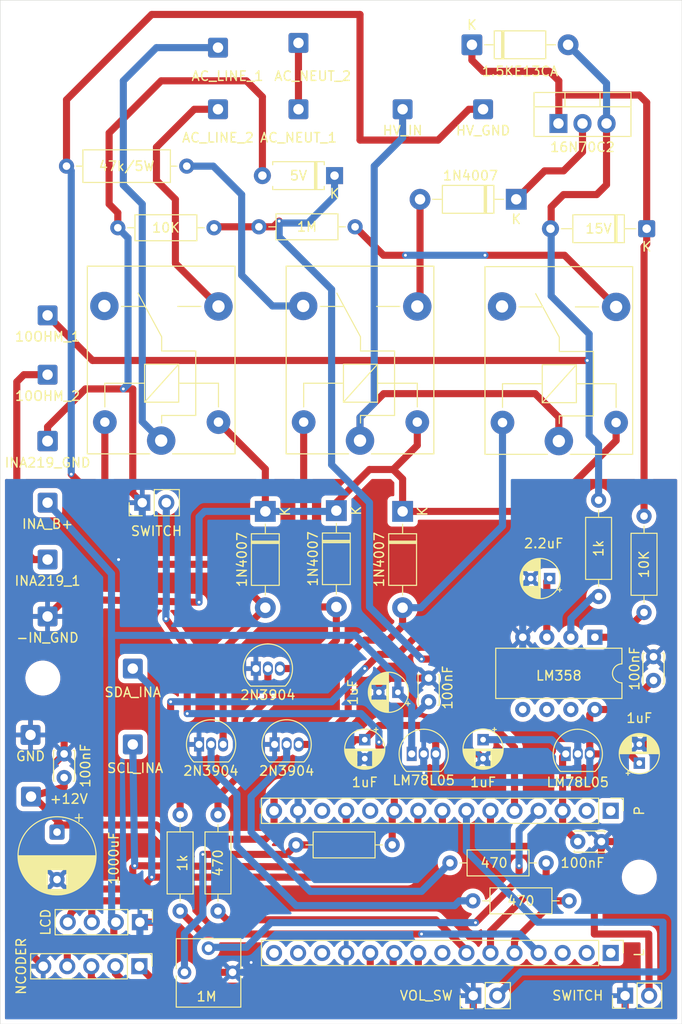
<source format=kicad_pcb>
(kicad_pcb (version 20241229) (generator "pcbnew") (generator_version "9.0")
  (layers (0 "F.Cu" signal) (2 "B.Cu" signal) (13 "F.Paste" user) (15 "B.Paste" user) (5 "F.SilkS" user "F.Silkscreen") (7 "B.SilkS" user "B.Silkscreen") (1 "F.Mask" user) (3 "B.Mask" user) (25 "Edge.Cuts" user))
  (net 0 "")
  (net 1 "R_3")
  (net 2 "IN")
  (net 3 "CLK")
  (net 4 "VOL")
  (net 5 "SDA")
  (net 6 "REF")
  (net 7 "DT")
  (net 8 "+12V")
  (net 9 "SCL")
  (net 10 "R_2")
  (net 11 "R_1")
  (net 12 "SW")
  (net 13 "GND")
  (net 14 "Net-(D1-A)")
  (net 15 "Net-(D1-K)")
  (net 16 "Net-(D2-A)")
  (net 17 "Net-(D3-A)")
  (net 18 "Net-(D4-A)")
  (net 19 "Net-(J1-Pin_1)")
  (net 20 "Net-(U2A-+)")
  (net 21 "ENC_IN")
  (net 22 "Net-(D6-A2)")
  (net 24 "SWITCH")
  (net 27 "Net-(D6-A1)")
  (net 28 "VOL_SW")
  (net 29 "Net-(K1-Pad4)")
  (net 31 "Net-(K2-Pad3)")
  (net 35 "Net-(Q2-B)")
  (net 36 "Net-(Q3-B)")
  (net 37 "Net-(Q4-B)")
  (net 38 "Net-(R2-Pad1)")
  (net 39 "Net-(J5-Pin_4)")
  (net 40 "Net-(J5-Pin_12)")
  (net 46 "Net-(J10-Pin_1)")
  (net 47 "Net-(J15-Pin_1)")
  (net 48 "Net-(J16-Pin_1)")
  (net 49 "Net-(J17-Pin_1)")
  (net 51 "Net-(U2A--)")
  (net 52 "NTC")
  (footprint "MountingHole:MountingHole_3.2mm_M3" (layer "F.Cu") (at 178.5 45)
    (property "Reference" "REF**" (hide yes))
    (property "Value" "MountingHole_3.2mm_M3" (hide yes))
  )
  (footprint "Resistor_THT:R_Axial_DIN0207_L6.3mm_D2.5mm_P10.16mm_Horizontal" (layer "F.Cu") (at 123.42 64.5)
    (property "Reference" "R10" (hide yes))
    (property "Value" "10K")
  )
  (footprint "Connector_PinHeader_2.54mm:PinHeader_1x02_P2.54mm_Vertical" (layer "F.Cu") (at 126 93.5 90)
    (property "Reference" "J22" (hide yes))
    (property "Value" "SWITCH")
  )
  (footprint "Package_TO_SOT_THT:TO-92_Inline" (layer "F.Cu") (at 132 119)
    (property "Reference" "Q3" (hide yes))
    (property "Value" "2N3904")
  )
  (footprint "Capacitor_THT:C_Disc_D3.0mm_W2.0mm_P2.50mm" (layer "F.Cu") (at 117.75 122.5 90)
    (property "Reference" "C6" (hide yes))
    (property "Value" "100nF")
  )
  (footprint "Capacitor_THT:CP_Radial_D4.0mm_P2.00mm" (layer "F.Cu") (at 162 118.5 -90)
    (property "Reference" "C2" (hide yes))
    (property "Value" "1uF")
  )
  (footprint "Diode_THT:D_DO-41_SOD81_P10.16mm_Horizontal" (layer "F.Cu") (at 146.5 94.34 -90)
    (property "Reference" "D2" (hide yes))
    (property "Value" "1N4007")
  )
  (footprint "Connector_PinHeader_2.54mm:PinHeader_1x02_P2.54mm_Vertical" (layer "F.Cu") (at 160.96 145.5 90)
    (property "Reference" "J21" (hide yes))
    (property "Value" "VOL_SW")
  )
  (footprint "Capacitor_THT:CP_Radial_D4.0mm_P2.00mm" (layer "F.Cu") (at 153 113.5 180)
    (property "Reference" "C5" (hide yes))
    (property "Value" "1uF")
  )
  (footprint "Diode_THT:D_DO-41_SOD81_P10.16mm_Horizontal" (layer "F.Cu") (at 139 94.42 -90)
    (property "Reference" "D3" (hide yes))
    (property "Value" "1N4007")
  )
  (footprint "Diode_THT:D_A-405_P10.16mm_Horizontal" (layer "F.Cu") (at 179.28 64.6 180)
    (property "Reference" "D8" (hide yes))
    (property "Value" "15V")
  )
  (footprint "Connector_Wire:SolderWire-0.5sqmm_1x01_D0.9mm_OD2.1mm" (layer "F.Cu") (at 114.2 118)
    (property "Reference" "J19" (hide yes))
    (property "Value" "GND")
  )
  (footprint "MountingHole:MountingHole_3.2mm_M3" (layer "F.Cu") (at 115.5 45)
    (property "Reference" "REF**" (hide yes))
    (property "Value" "MountingHole_3.2mm_M3" (hide yes))
  )
  (footprint "Connector_Wire:SolderWire-0.5sqmm_1x01_D0.9mm_OD2.1mm" (layer "F.Cu") (at 116 99.5)
    (property "Reference" "J11" (hide yes))
    (property "Value" "INA219_1")
  )
  (footprint "Package_TO_SOT_THT:TO-92_Inline" (layer "F.Cu") (at 139.98 119)
    (property "Reference" "Q4" (hide yes))
    (property "Value" "2N3904")
  )
  (footprint "Connector_PinHeader_2.54mm:PinHeader_1x05_P2.54mm_Vertical" (layer "F.Cu") (at 125.7 142.4 -90)
    (property "Reference" "J3" (hide yes))
    (property "Value" "NCODER")
  )
  (footprint "Resistor_THT:R_Axial_DIN0207_L6.3mm_D2.5mm_P10.16mm_Horizontal" (layer "F.Cu") (at 160.92 135.5)
    (property "Reference" "R5" (hide yes))
    (property "Value" "470")
  )
  (footprint "Connector_Wire:SolderWire-0.5sqmm_1x01_D0.9mm_OD2.1mm" (layer "F.Cu") (at 116 80)
    (property "Reference" "J10" (hide yes))
    (property "Value" "10OHM_2")
  )
  (footprint "Connector_Wire:SolderWire-0.5sqmm_1x01_D0.9mm_OD2.1mm" (layer "F.Cu") (at 125 111)
    (property "Reference" "J13" (hide yes))
    (property "Value" "SDA_INA")
  )
  (footprint "Package_TO_SOT_THT:TO-92_Inline" (layer "F.Cu") (at 138 111)
    (property "Reference" "Q2" (hide yes))
    (property "Value" "2N3904")
  )
  (footprint "Connector_Wire:SolderWire-0.5sqmm_1x01_D0.9mm_OD2.1mm" (layer "F.Cu") (at 142.5 45)
    (property "Reference" "J17" (hide yes))
    (property "Value" "AC_NEUT_2")
  )
  (footprint "MountingHole:MountingHole_3.2mm_M3" (layer "F.Cu") (at 115.5 112)
    (property "Reference" "REF**" (hide yes))
    (property "Value" "MountingHole_3.2mm_M3" (hide yes))
  )
  (footprint "Connector_Wire:SolderWire-0.5sqmm_1x01_D0.9mm_OD2.1mm" (layer "F.Cu") (at 114.25 124.5)
    (property "Reference" "J7" (hide yes))
    (property "Value" "+12V")
  )
  (footprint "Resistor_THT:R_Axial_DIN0207_L6.3mm_D2.5mm_P10.16mm_Horizontal" (layer "F.Cu") (at 134 126.42 -90)
    (property "Reference" "R7" (hide yes))
    (property "Value" "470")
  )
  (footprint "Resistor_THT:R_Axial_DIN0207_L6.3mm_D2.5mm_P10.16mm_Horizontal" (layer "F.Cu") (at 158.5 131.5)
    (property "Reference" "R3" (hide yes))
    (property "Value" "470")
  )
  (footprint "Package_TO_SOT_THT:TO-92_Inline" (layer "F.Cu") (at 154.46 120)
    (property "Reference" "U3" (hide yes))
    (property "Value" "LM78L05")
  )
  (footprint "Connector_PinHeader_2.54mm:PinHeader_1x02_P2.54mm_Vertical" (layer "F.Cu") (at 177 145.5 90)
    (property "Reference" "J20" (hide yes))
    (property "Value" "SWITCH")
  )
  (footprint "Relay_THT:Relay_SPDT_SANYOU_SRD_Series_Form_C" (layer "F.Cu") (at 170 87 90)
    (property "Reference" "K2" (hide yes))
    (property "Value" "SANYOU_SRD_Form_C" (hide yes))
  )
  (footprint "Package_DIP:CERDIP-8_W7.62mm_SideBrazed" (layer "F.Cu") (at 173.81 107.695 -90)
    (property "Reference" "U2" (hide yes))
    (property "Value" "LM358")
  )
  (footprint "Resistor_THT:R_Axial_DIN0207_L6.3mm_D2.5mm_P10.16mm_Horizontal" (layer "F.Cu") (at 130 136.58 90)
    (property "Reference" "R8" (hide yes))
    (property "Value" "1k")
  )
  (footprint "Connector_Wire:SolderWire-0.5sqmm_1x01_D0.9mm_OD2.1mm" (layer "F.Cu") (at 125 119)
    (property "Reference" "J14" (hide yes))
    (property "Value" "SCL_INA")
  )
  (footprint "Capacitor_THT:C_Disc_D3.0mm_W2.0mm_P2.50mm" (layer "F.Cu") (at 156.25 114.5 90)
    (property "Reference" "C10" (hide yes))
    (property "Value" "100nF")
  )
  (footprint "Connector_PinHeader_2.54mm:PinHeader_1x15_P2.54mm_Vertical" (layer "F.Cu") (at 175.48 141 -90)
    (property "Reference" "J6" (hide yes))
    (property "Value" "L")
  )
  (footprint "Resistor_THT:R_Axial_DIN0207_L6.3mm_D2.5mm_P10.16mm_Horizontal" (layer "F.Cu") (at 152.4 129.6 180)
    (property "Reference" "R1" (hide yes))
    (property "Value" "100k")
  )
  (footprint "Connector_Wire:SolderWire-0.5sqmm_1x01_D0.9mm_OD2.1mm" (layer "F.Cu") (at 162 52)
    (property "Reference" "J4" (hide yes))
    (property "Value" "HV_GND")
  )
  (footprint "Connector_Wire:SolderWire-0.5sqmm_1x01_D0.9mm_OD2.1mm" (layer "F.Cu") (at 116 87)
    (property "Reference" "J23" (hide yes))
    (property "Value" "INA219_GND")
  )
  (footprint "Resistor_THT:R_Axial_DIN0207_L6.3mm_D2.5mm_P10.16mm_Horizontal" (layer "F.Cu") (at 138.32 64.4)
    (property "Reference" "R9" (hide yes))
    (property "Value" "1M")
  )
  (footprint "Relay_THT:Relay_SPDT_SANYOU_SRD_Series_Form_C" (layer "F.Cu") (at 128 86.95 90)
    (property "Reference" "K4" (hide yes))
    (property "Value" "SANYOU_SRD_Form_C" (hide yes))
  )
  (footprint "Capacitor_THT:CP_Radial_D4.0mm_P2.00mm" (layer "F.Cu") (at 178.5 120.9726 90)
    (property "Reference" "C4" (hide yes))
    (property "Value" "1uF")
  )
  (footprint "Potentiometer_THT:Potentiometer_Vishay_T73YP_Vertical" (layer "F.Cu") (at 135.54 143.04 90)
    (property "Reference" "RV1" (hide yes))
    (property "Value" "1M")
  )
  (footprint "Diode_THT:D_DO-41_SOD81_P10.16mm_Horizontal" (layer "F.Cu") (at 153.5 94.42 -90)
    (property "Reference" "D4" (hide yes))
    (property "Value" "1N4007")
  )
  (footprint "Capacitor_THT:CP_Radial_D4.0mm_P2.00mm" (layer "F.Cu") (at 169.027401 101.5 180)
    (property "Reference" "C1" (hide yes))
    (property "Value" "2.2uF")
  )
  (footprint "Connector_Wire:SolderWire-0.5sqmm_1x01_D0.9mm_OD2.1mm" (layer "F.Cu") (at 142.5 52)
    (property "Reference" "J18" (hide yes))
    (property "Value" "AC_NEUT_1")
  )
  (footprint "Capacitor_THT:CP_Radial_D8.0mm_P5.00mm" (layer "F.Cu") (at 117 128.25 -90)
    (property "Reference" "C8" (hide yes))
    (property "Value" "1000uF")
  )
  (footprint "Connector_Wire:SolderWire-0.5sqmm_1x01_D0.9mm_OD2.1mm" (layer "F.Cu") (at 153.5 52)
    (property "Reference" "J1" (hide yes))
    (property "Value" "HV_IN")
  )
  (footprint "Capacitor_THT:C_Disc_D3.0mm_W2.0mm_P2.50mm" (layer "F.Cu") (at 172 129.25)
    (property "Reference" "C9" (hide yes))
    (property "Value" "100nF")
  )
  (footprint "Capacitor_THT:C_Disc_D3.0mm_W2.0mm_P2.50mm" (layer "F.Cu") (at 180 112.25 90)
    (property "Reference" "C7" (hide yes))
    (property "Value" "100nF")
  )
  (footprint "Connector_Wire:SolderWire-0.5sqmm_1x01_D0.9mm_OD2.1mm" (layer "F.Cu") (at 116 73.74)
    (property "Reference" "J9" (hide yes))
    (property "Value" "10OHM_1")
  )
  (footprint "MountingHole:MountingHole_3.2mm_M3" (layer "F.Cu") (at 178.5 133)
    (property "Reference" "REF**" (hide yes))
    (property "Value" "MountingHole_3.2mm_M3" (hide yes))
  )
  (footprint "Diode_THT:D_DO-41_SOD81_P10.16mm_Horizontal" (layer "F.Cu") (at 165.5 61.5 180)
    (property "Reference" "D1" (hide yes))
    (property "Value" "1N4007")
  )
  (footprint "Connector_Wire:SolderWire-0.5sqmm_1x01_D0.9mm_OD2.1mm" (layer "F.Cu") (at 134 45.5)
    (property "Reference" "J15" (hide yes))
    (property "Value" "AC_LINE_1")
  )
  (footprint "Resistor_THT:R_Axial_DIN0309_L9.0mm_D3.2mm_P12.70mm_Horizontal" (layer "F.Cu") (at 130.7 58 180)
    (property "Reference" "R4" (hide yes))
    (property "Value" "47k/5W")
  )
  (footprint "Package_TO_SOT_THT:TO-220-3_Vertical" (layer "F.Cu") (at 169.96 53.5)
    (property "Reference" "Q1" (hide yes))
    (property "Value" "16N70C2")
  )
  (footprint "Capacitor_THT:CP_Radial_D4.0mm_P2.00mm" (layer "F.Cu") (at 149.5 118.5 -90)
    (property "Reference" "C3" (hide yes))
    (property "Value" "1uF")
  )
  (footprint "Resistor_THT:R_Axial_DIN0207_L6.3mm_D2.5mm_P10.16mm_Horizontal" (layer "F.Cu") (at 174.2 103.4 90)
    (property "Reference" "R6" (hide yes))
    (property "Value" "1k")
  )
  (footprint "Connector_PinHeader_2.54mm:PinHeader_1x04_P2.54mm_Vertical" (layer "F.Cu") (at 125.75 137.75 -90)
    (property "Reference" "J2" (hide yes))
    (property "Value" "LCD")
  )
  (footprint "Connector_Wire:SolderWire-0.5sqmm_1x01_D0.9mm_OD2.1mm" (layer "F.Cu") (at 116 93.5)
    (property "Reference" "J12" (hide yes))
    (property "Value" "INA_B+")
  )
  (footprint "Package_TO_SOT_THT:TO-92_Inline" (layer "F.Cu") (at 170.73 120)
    (property "Reference" "U4" (hide yes))
    (property "Value" "LM78L05")
  )
  (footprint "Connector_Wire:SolderWire-0.5sqmm_1x01_D0.9mm_OD2.1mm" (layer "F.Cu") (at 134 52)
    (property "Reference" "J16" (hide yes))
    (property "Value" "AC_LINE_2")
  )
  (footprint "Relay_THT:Relay_SPDT_SANYOU_SRD_Series_Form_C" (layer "F.Cu") (at 149 86.95 90)
    (property "Reference" "K1" (hide yes))
    (property "Value" "SANYOU_SRD_Form_C" (hide yes))
  )
  (footprint "Diode_THT:D_DO-41_SOD81_P10.16mm_Horizontal" (layer "F.Cu") (at 160.82 45.2)
    (property "Reference" "D6" (hide yes))
    (property "Value" "1.5KE13CA")
  )
  (footprint "Connector_Wire:SolderWire-0.5sqmm_1x01_D0.9mm_OD2.1mm" (layer "F.Cu") (at 116 105.5)
    (property "Reference" "J8" (hide yes))
    (property "Value" "-IN_GND")
  )
  (footprint "Diode_THT:D_A-405_P7.62mm_Horizontal" (layer "F.Cu") (at 146.31 59 180)
    (property "Reference" "D5" (hide yes))
    (property "Value" "5V")
  )
  (footprint "Connector_PinHeader_2.54mm:PinHeader_1x15_P2.54mm_Vertical" (layer "F.Cu") (at 175.48 126 -90)
    (property "Reference" "J5" (hide yes))
    (property "Value" "P")
  )
  (footprint "Resistor_THT:R_Axial_DIN0207_L6.3mm_D2.5mm_P10.16mm_Horizontal" (layer "F.Cu") (at 179 105.08 90)
    (property "Reference" "R2" (hide yes))
    (property "Value" "10K")
  )
  (gr_rect (start 111 40.5) (end 183 148.5) (stroke (width 0.05)) (fill no) (layer "Edge.Cuts"))
  (segment (start 169.5 135.5) (end 165.32 139.68) (width 0.75) (layer "F.Cu") (net 1))
  (segment (start 165.32 141) (end 165.32 139.68) (width 0.75) (layer "F.Cu") (net 1))
  (segment (start 171.08 135.5) (end 169.5 135.5) (width 0.75) (layer "F.Cu") (net 1))
  (segment (start 130 136.58) (end 132.42 139) (width 0.75) (layer "F.Cu") (net 2))
  (segment (start 155.5 139) (end 155.7 139) (width 0.75) (layer "F.Cu") (net 2))
  (segment (start 132.42 139) (end 155.5 139) (width 0.75) (layer "F.Cu") (net 2))
  (via (at 155.5 139) (size 0.6) (drill 0.3) (layers "F.Cu" "B.Cu") (net 2))
  (segment (start 155.5 139) (end 165.86 139) (width 0.75) (layer "B.Cu") (net 2))
  (segment (start 165.86 139) (end 167.86 141) (width 0.75) (layer "B.Cu") (net 2))
  (segment (start 150 144.5) (end 150.08 144.42) (width 0.75) (layer "F.Cu") (net 3))
  (segment (start 150.08 144.42) (end 150.08 141) (width 0.75) (layer "F.Cu") (net 3))
  (segment (start 127.8 144.5) (end 150 144.5) (width 0.75) (layer "F.Cu") (net 3))
  (segment (start 125.7 142.4) (end 127.8 144.5) (width 0.75) (layer "F.Cu") (net 3))
  (segment (start 165.32 126) (end 165.32 119.32) (width 0.75) (layer "F.Cu") (net 4))
  (segment (start 133.68 64.4) (end 133.58 64.5) (width 0.75) (layer "F.Cu") (net 4))
  (segment (start 162.5 111.387968) (end 161.112032 110) (width 0.75) (layer "F.Cu") (net 4))
  (segment (start 138.32 64.4) (end 133.68 64.4) (width 0.75) (layer "F.Cu") (net 4))
  (segment (start 140.46 64) (end 140.46 63.8) (width 0.75) (layer "F.Cu") (net 4))
  (segment (start 162.5 115) (end 162.5 111.387968) (width 0.75) (layer "F.Cu") (net 4))
  (segment (start 139.86 64.4) (end 140.46 63.8) (width 0.75) (layer "F.Cu") (net 4))
  (segment (start 161.112032 110) (end 155.5 110) (width 0.75) (layer "F.Cu") (net 4))
  (segment (start 165.32 119.32) (end 162.5 116.5) (width 0.75) (layer "F.Cu") (net 4))
  (segment (start 138.32 64.4) (end 139.86 64.4) (width 0.75) (layer "F.Cu") (net 4))
  (segment (start 162.5 116.5) (end 162.5 115) (width 0.75) (layer "F.Cu") (net 4))
  (via (at 155.5 110) (size 0.6) (drill 0.3) (layers "F.Cu" "B.Cu") (net 4))
  (via (at 140.46 63.8) (size 0.6) (drill 0.3) (layers "F.Cu" "B.Cu") (net 4))
  (segment (start 155.5 110) (end 150 104.5) (width 0.75) (layer "B.Cu") (net 4))
  (segment (start 150 104.5) (end 150 93.5) (width 0.75) (layer "B.Cu") (net 4))
  (segment (start 143.5 64) (end 146.31 61.19) (width 0.75) (layer "B.Cu") (net 4))
  (segment (start 140.46 64) (end 143.5 64) (width 0.75) (layer "B.Cu") (net 4))
  (segment (start 146 89.5) (end 146 71) (width 0.75) (layer "B.Cu") (net 4))
  (segment (start 140.46 65.46) (end 140.46 64) (width 0.75) (layer "B.Cu") (net 4))
  (segment (start 146.31 61.19) (end 146.31 59) (width 0.75) (layer "B.Cu") (net 4))
  (segment (start 150 93.5) (end 146 89.5) (width 0.75) (layer "B.Cu") (net 4))
  (segment (start 146 71) (end 140.46 65.46) (width 0.75) (layer "B.Cu") (net 4))
  (segment (start 120.67 136.08) (end 121.25 135.5) (width 0.75) (layer "F.Cu") (net 5))
  (segment (start 126.5 135.5) (end 126.5 133.5) (width 0.75) (layer "F.Cu") (net 5))
  (segment (start 126.5 133.5) (end 127 133) (width 0.75) (layer "F.Cu") (net 5))
  (segment (start 121.25 135.5) (end 126.5 135.5) (width 0.75) (layer "F.Cu") (net 5))
  (segment (start 120.67 137.75) (end 120.67 136.08) (width 0.75) (layer "F.Cu") (net 5))
  (segment (start 127 133) (end 154 133) (width 0.75) (layer "F.Cu") (net 5))
  (segment (start 154 133) (end 157.7 129.3) (width 0.75) (layer "F.Cu") (net 5))
  (segment (start 157.7 129.3) (end 157.7 126) (width 0.75) (layer "F.Cu") (net 5))
  (via (at 127 133) (size 0.6) (drill 0.3) (layers "F.Cu" "B.Cu") (net 5))
  (segment (start 127 113) (end 127 133) (width 0.75) (layer "B.Cu") (net 5))
  (segment (start 125 111) (end 127 113) (width 0.75) (layer "B.Cu") (net 5))
  (segment (start 170.4 126) (end 170.4 120.33) (width 0.75) (layer "F.Cu") (net 6))
  (segment (start 170.4 126) (end 170.4 127.65) (width 0.75) (layer "F.Cu") (net 6))
  (segment (start 170.4 120.33) (end 170.73 120) (width 0.75) (layer "F.Cu") (net 6))
  (segment (start 170.4 127.65) (end 172 129.25) (width 0.75) (layer "F.Cu") (net 6))
  (segment (start 162 118.5) (end 169.23 118.5) (width 0.75) (layer "B.Cu") (net 6))
  (segment (start 169.23 118.5) (end 170.73 120) (width 0.75) (layer "B.Cu") (net 6))
  (segment (start 126 146) (end 123.16 143.16) (width 0.75) (layer "F.Cu") (net 7))
  (segment (start 123.16 143.16) (end 123.16 142.4) (width 0.75) (layer "F.Cu") (net 7))
  (segment (start 152.62 141) (end 152.5 141.12) (width 0.75) (layer "F.Cu") (net 7))
  (segment (start 152.5 145.5) (end 152 146) (width 0.75) (layer "F.Cu") (net 7))
  (segment (start 152.5 141.12) (end 152.5 145.5) (width 0.75) (layer "F.Cu") (net 7))
  (segment (start 152 146) (end 126 146) (width 0.75) (layer "F.Cu") (net 7))
  (segment (start 117 127.5) (end 117.25 127.25) (width 0.75) (layer "F.Cu") (net 8))
  (segment (start 121 103.75) (end 132 104) (width 0.75) (layer "F.Cu") (net 8))
  (segment (start 139 89.95) (end 134.05 85) (width 0.75) (layer "F.Cu") (net 8))
  (segment (start 147.5 119.5) (end 147.5 122) (width 0.75) (layer "F.Cu") (net 8))
  (segment (start 117 128.25) (end 117 127.5) (width 0.75) (layer "F.Cu") (net 8))
  (segment (start 114.25 124.5) (end 117.75 123.5) (width 0.75) (layer "F.Cu") (net 8))
  (segment (start 139.92 128.08) (end 139.92 124.75) (width 0.75) (layer "F.Cu") (net 8))
  (segment (start 151 117) (end 155.25 117) (width 0.75) (layer "F.Cu") (net 8))
  (segment (start 153.5 94.42) (end 168.58 94.42) (width 0.75) (layer "F.Cu") (net 8))
  (segment (start 173.81 115.315) (end 176.935 115.315) (width 0.75) (layer "F.Cu") (net 8))
  (segment (start 176.935 115.315) (end 180 112.25) (width 0.75) (layer "F.Cu") (net 8))
  (segment (start 139 94.42) (end 139 89.95) (width 0.75) (layer "F.Cu") (net 8))
  (segment (start 173.27 115.855) (end 173.81 115.315) (width 0.75) (layer "F.Cu") (net 8))
  (segment (start 114.75 125) (end 115 125) (width 0.75) (layer "F.Cu") (net 8))
  (segment (start 152.5 90) (end 155.05 87.45) (width 0.75) (layer "F.Cu") (net 8))
  (segment (start 153.5 91) (end 152.5 90) (width 0.75) (layer "F.Cu") (net 8))
  (segment (start 139 129) (end 139.92 128.08) (width 0.75) (layer "F.Cu") (net 8))
  (segment (start 117.75 123.5) (end 117.75 122.5) (width 0.75) (layer "F.Cu") (net 8))
  (segment (start 146 123.5) (end 140.5 123.5) (width 0.75) (layer "F.Cu") (net 8))
  (segment (start 168.58 94.42) (end 176.05 86.95) (width 0.75) (layer "F.Cu") (net 8))
  (segment (start 146.5 93.5) (end 150 90) (width 0.75) (layer "F.Cu") (net 8))
  (segment (start 157 118.75) (end 157 120) (width 0.75) (layer "F.Cu") (net 8))
  (segment (start 177.5 120) (end 178 120.5) (width 0.75) (layer "F.Cu") (net 8))
  (segment (start 155.05 87.45) (end 155.05 85.25) (width 0.75) (layer "F.Cu") (net 8))
  (segment (start 114.25 124.5) (end 114.75 125) (width 0.75) (layer "F.Cu") (net 8))
  (segment (start 115 125) (end 117.25 127.25) (width 0.75) (layer "F.Cu") (net 8))
  (segment (start 150 90) (end 152.5 90) (width 0.75) (layer "F.Cu") (net 8))
  (segment (start 139.92 124.75) (end 139.92 126) (width 0.75) (layer "F.Cu") (net 8))
  (segment (start 173.27 120) (end 177.5 120) (width 0.75) (layer "F.Cu") (net 8))
  (segment (start 117.25 127.25) (end 117.5 127.5) (width 0.75) (layer "F.Cu") (net 8))
  (segment (start 127.5 127.5) (end 129 129) (width 0.75) (layer "F.Cu") (net 8))
  (segment (start 148.5 118.5) (end 147.5 119.5) (width 0.75) (layer "F.Cu") (net 8))
  (segment (start 173.27 120) (end 173.27 115.855) (width 0.75) (layer "F.Cu") (net 8))
  (segment (start 129 129) (end 139 129) (width 0.75) (layer "F.Cu") (net 8))
  (segment (start 147.5 122) (end 146 123.5) (width 0.75) (layer "F.Cu") (net 8))
  (segment (start 146.5 94.34) (end 146.5 93.5) (width 0.75) (layer "F.Cu") (net 8))
  (segment (start 139.92 124.08) (end 139.92 124.75) (width 0.75) (layer "F.Cu") (net 8))
  (segment (start 117.5 127.5) (end 127.5 127.5) (width 0.75) (layer "F.Cu") (net 8))
  (segment (start 149.5 118.5) (end 148.5 118.5) (width 0.75) (layer "F.Cu") (net 8))
  (segment (start 153.5 94.42) (end 153.5 91) (width 0.75) (layer "F.Cu") (net 8))
  (segment (start 176.05 86.95) (end 176.05 85.25) (width 0.75) (layer "F.Cu") (net 8))
  (segment (start 140.5 123.5) (end 139.92 124.08) (width 0.75) (layer "F.Cu") (net 8))
  (segment (start 155.25 117) (end 157 118.75) (width 0.75) (layer "F.Cu") (net 8))
  (segment (start 121 127.5) (end 121 103.75) (width 0.75) (layer "F.Cu") (net 8))
  (segment (start 149.5 118.5) (end 151 117) (width 0.75) (layer "F.Cu") (net 8))
  (via (at 132 104) (size 0.6) (drill 0.3) (layers "F.Cu" "B.Cu") (net 8))
  (segment (start 173 123) (end 157 123) (width 0.75) (layer "B.Cu") (net 8))
  (segment (start 132 95) (end 132.58 94.42) (width 0.75) (layer "B.Cu") (net 8))
  (segment (start 132 104) (end 132 95) (width 0.75) (layer "B.Cu") (net 8))
  (segment (start 146.42 94.42) (end 146.5 94.34) (width 0.75) (layer "B.Cu") (net 8))
  (segment (start 173.27 120) (end 173.27 122.73) (width 0.75) (layer "B.Cu") (net 8))
  (segment (start 157 123) (end 157 120) (width 0.75) (layer "B.Cu") (net 8))
  (segment (start 173.27 122.73) (end 173 123) (width 0.75) (layer "B.Cu") (net 8))
  (segment (start 139 94.42) (end 146.42 94.42) (width 0.75) (layer "B.Cu") (net 8))
  (segment (start 132.58 94.42) (end 139 94.42) (width 0.75) (layer "B.Cu") (net 8))
  (segment (start 154.960937 130.2) (end 155.16 126) (width 0.75) (layer "F.Cu") (net 9))
  (segment (start 125 132) (end 125.2 131.8) (width 0.75) (layer "F.Cu") (net 9))
  (segment (start 153.2 132) (end 154.960937 130.2) (width 0.75) (layer "F.Cu") (net 9))
  (segment (start 125.2 131.8) (end 153.2 132) (width 0.75) (layer "F.Cu") (net 9))
  (segment (start 121 134.25) (end 125 134.25) (width 0.75) (layer "F.Cu") (net 9))
  (segment (start 118.5 136.75) (end 121 134.25) (width 0.75) (layer "F.Cu") (net 9))
  (segment (start 118.13 137.75) (end 118.5 136.75) (width 0.75) (layer "F.Cu") (net 9))
  (segment (start 125 134.25) (end 125 132) (width 0.75) (layer "F.Cu") (net 9))
  (via (at 125.2 131.8) (size 0.6) (drill 0.3) (layers "F.Cu" "B.Cu") (net 9))
  (segment (start 125 119) (end 125.2 131.8) (width 0.75) (layer "B.Cu") (net 9))
  (segment (start 168.66 132.84) (end 168.66 131.5) (width 0.75) (layer "F.Cu") (net 10))
  (segment (start 162.78 141) (end 162.78 138.72) (width 0.75) (layer "F.Cu") (net 10))
  (segment (start 162.78 138.72) (end 168.66 132.84) (width 0.75) (layer "F.Cu") (net 10))
  (segment (start 160.24 140.74) (end 160.24 141) (width 0.75) (layer "F.Cu") (net 11))
  (segment (start 134 136.58) (end 134.92 137.5) (width 0.75) (layer "F.Cu") (net 11))
  (segment (start 157 137.5) (end 160.24 140.74) (width 0.75) (layer "F.Cu") (net 11))
  (segment (start 134.92 137.5) (end 157 137.5) (width 0.75) (layer "F.Cu") (net 11))
  (segment (start 120.62 143.62) (end 124.5 147.5) (width 0.75) (layer "F.Cu") (net 12))
  (segment (start 154 147.5) (end 155.16 146.34) (width 0.75) (layer "F.Cu") (net 12))
  (segment (start 120.62 142.4) (end 120.62 143.62) (width 0.75) (layer "F.Cu") (net 12))
  (segment (start 124.5 147.5) (end 154 147.5) (width 0.75) (layer "F.Cu") (net 12))
  (segment (start 155.16 146.34) (end 155.16 141) (width 0.75) (layer "F.Cu") (net 12))
  (segment (start 175 132) (end 174.5 131.5) (width 0.75) (layer "F.Cu") (net 13))
  (segment (start 160.96 145.5) (end 160.96 147.1) (width 0.75) (layer "F.Cu") (net 13))
  (segment (start 181.5 147.624) (end 181.5 139.655083) (width 0.75) (layer "F.Cu") (net 13))
  (segment (start 125 81.5) (end 125 92.5) (width 0.75) (layer "F.Cu") (net 13))
  (segment (start 157.25 55.25) (end 149 55.25) (width 0.75) (layer "F.Cu") (net 13))
  (segment (start 137 49) (end 128 49) (width 0.75) (layer "F.Cu") (net 13))
  (segment (start 119.25 102.25) (end 119.25 101.5) (width 0.75) (layer "F.Cu") (net 13))
  (segment (start 177.25 129.25) (end 180 126.5) (width 0.75) (layer "F.Cu") (net 13))
  (segment (start 179.2226 118.9726) (end 178.5 118.9726) (width 0.75) (layer "F.Cu") (net 13))
  (segment (start 116 87) (end 116 85.5) (width 0.75) (layer "F.Cu") (net 13))
  (segment (start 124 81.5) (end 125 81.5) (width 0.75) (layer "F.Cu") (net 13))
  (segment (start 174.5 131.5) (end 174.5 129.25) (width 0.75) (layer "F.Cu") (net 13))
  (segment (start 111.876 121.624) (end 112.5 121) (width 0.75) (layer "F.Cu") (net 13))
  (segment (start 180.5 137.5) (end 175 137.5) (width 0.75) (layer "F.Cu") (net 13))
  (segment (start 180 126.5) (end 180 119.75) (width 0.75) (layer "F.Cu") (net 13))
  (segment (start 123.42 64.5) (end 123.42 62.92) (width 0.75) (layer "F.Cu") (net 13))
  (segment (start 118 58) (end 118 51) (width 0.75) (layer "F.Cu") (net 13))
  (segment (start 122.5 54.5) (end 122.5 62) (width 0.75) (layer "F.Cu") (net 13))
  (segment (start 112.5 121) (end 116.75 121) (width 0.75) (layer "F.Cu") (net 13))
  (segment (start 117.75 117.75) (end 119 116.5) (width 0.75) (layer "F.Cu") (net 13))
  (segment (start 181.5 139.655083) (end 180.5 137.5) (width 0.75) (layer "F.Cu") (net 13))
  (segment (start 160.96 147.1) (end 161.484 147.624) (width 0.75) (layer "F.Cu") (net 13))
  (segment (start 158 122) (end 155.73 122) (width 0.75) (layer "F.Cu") (net 13))
  (segment (start 119 116.5) (end 119.5 116) (width 0.75) (layer "F.Cu") (net 13))
  (segment (start 119.5 104) (end 119.5 103.5) (width 0.75) (layer "F.Cu") (net 13))
  (segment (start 119.25 101.5) (end 119.25 91.25) (width 0.75) (layer "F.Cu") (net 13))
  (segment (start 120 81.5) (end 124 81.5) (width 0.75) (layer "F.Cu") (net 13))
  (segment (start 117.75 120) (end 117.75 117.75) (width 0.75) (layer "F.Cu") (net 13))
  (segment (start 119.5 103.5) (end 123.5 99.5) (width 0.75) (layer "F.Cu") (net 13))
  (segment (start 133.04 143.04) (end 127.75 137.75) (width 0.75) (layer "F.Cu") (net 13))
  (segment (start 175 137.5) (end 175 132) (width 0.75) (layer "F.Cu") (net 13))
  (segment (start 161.5 120) (end 160 120) (width 0.75) (layer "F.Cu") (net 13))
  (segment (start 177 147) (end 177 145.5) (width 0.75) (layer "F.Cu") (net 13))
  (segment (start 160 120) (end 158 122) (width 0.75) (layer "F.Cu") (net 13))
  (segment (start 151.651472 112) (end 156.25 112) (width 0.75) (layer "F.Cu") (net 13))
  (segment (start 157.25 55.25) (end 160.5 52) (width 0.75) (layer "F.Cu") (net 13))
  (segment (start 160.5 52) (end 162 52) (width 0.75) (layer "F.Cu") (net 13))
  (segment (start 162 120.5) (end 161.5 120) (width 0.75) (layer "F.Cu") (net 13))
  (segment (start 151 113.5) (end 151 112.651472) (width 0.75) (layer "F.Cu") (net 13))
  (segment (start 127.75 137.75) (end 125.75 137.75) (width 0.75) (layer "F.Cu") (net 13))
  (segment (start 111.876 138.736) (end 111.876 121.624) (width 0.75) (layer "F.Cu") (net 13))
  (segment (start 127 42) (end 149 42) (width 0.75) (layer "F.Cu") (net 13))
  (segment (start 180 119.75) (end 179.2226 118.9726) (width 0.75) (layer "F.Cu") (net 13))
  (segment (start 151 112.651472) (end 151.651472 112) (width 0.75) (layer "F.Cu") (net 13))
  (segment (start 176.376 147.624) (end 181.5 147.624) (width 0.75) (layer "F.Cu") (net 13))
  (segment (start 149 42) (end 149 55.25) (width 0.75) (layer "F.Cu") (net 13))
  (segment (start 125 92.5) (end 126 93.5) (width 0.75) (layer "F.Cu") (net 13))
  (segment (start 116 85.5) (end 120 81.5) (width 0.75) (layer "F.Cu") (net 13))
  (segment (start 115.54 142.4) (end 111.876 138.736) (width 0.75) (layer "F.Cu") (net 13))
  (segment (start 128 49) (end 122.5 54.5) (width 0.75) (layer "F.Cu") (net 13))
  (segment (start 176.376 147.624) (end 177 147) (width 0.75) (layer "F.Cu") (net 13))
  (segment (start 118 51) (end 127 42) (width 0.75) (layer "F.Cu") (net 13))
  (segment (start 161.484 147.624) (end 176.376 147.624) (width 0.75) (layer "F.Cu") (net 13))
  (segment (start 138.69 59) (end 138.69 50.69) (width 0.75) (layer "F.Cu") (net 13))
  (segment (start 123.42 62.92) (end 122.5 62) (width 0.75) (layer "F.Cu") (net 13))
  (segment (start 119.25 91.25) (end 118.5 90.5) (width 0.75) (layer "F.Cu") (net 13))
  (segment (start 174.5 129.25) (end 177.25 129.25) (width 0.75) (layer "F.Cu") (net 13))
  (segment (start 135.54 143.04) (end 133.04 143.04) (width 0.75) (layer "F.Cu") (net 13))
  (segment (start 119.5 116) (end 119.5 104) (width 0.75) (layer "F.Cu") (net 13))
  (segment (start 138.69 50.69) (end 137 49) (width 0.75) (layer "F.Cu") (net 13))
  (segment (start 116 105.5) (end 119.25 102.25) (width 0.75) (layer "F.Cu") (net 13))
  (segment (start 116.75 121) (end 117.75 120) (width 0.75) (layer "F.Cu") (net 13))
  (via (at 118.5 90.5) (size 0.6) (drill 0.3) (layers "F.Cu" "B.Cu") (net 13))
  (via (at 124 81.5) (size 0.6) (drill 0.3) (layers "F.Cu" "B.Cu") (net 13))
  (via (at 123.5 99.5) (size 0.6) (drill 0.3) (layers "F.Cu" "B.Cu") (net 13))
  (via (at 155.73 122) (size 0.6) (drill 0.3) (layers "F.Cu" "B.Cu") (net 13))
  (via (at 137.5 142) (size 0.6) (drill 0.3) (layers "F.Cu" "B.Cu") (net 13))
  (via (at 123.5 99.5) (size 0.6) (drill 0.3) (layers "F.Cu" "B.Cu") (net 13))
  (segment (start 177.5 117.9726) (end 177.5 114) (width 0.75) (layer "B.Cu") (net 13))
  (segment (start 152 123) (end 155 123) (width 0.75) (layer "B.Cu") (net 13))
  (segment (start 166.19 102.337401) (end 167.027401 101.5) (width 0.75) (layer "B.Cu") (net 13))
  (segment (start 126 93.5) (end 126 97) (width 0.75) (layer "B.Cu") (net 13))
  (segment (start 142.46 126) (end 142.46 122.54) (width 0.75) (layer "B.Cu") (net 13))
  (segment (start 149.5 120.5) (end 150 120.5) (width 0.75) (layer "B.Cu") (net 13))
  (segment (start 135.54 143.04) (end 158.5 143.04) (width 0.75) (layer "B.Cu") (net 13))
  (segment (start 125.75 140.25) (end 125.75 137.75) (width 0.75) (layer "B.Cu") (net 13))
  (segment (start 124 81.5) (end 124.5 81) (width 0.75) (layer "B.Cu") (net 13))
  (segment (start 142.46 122.54) (end 143 122) (width 0.75) (layer "B.Cu") (net 13))
  (segment (start 152.5 116.25) (end 151 115.5) (width 0.75) (layer "B.Cu") (net 13))
  (segment (start 115.54 141.46) (end 116.5 140.5) (width 0.75) (layer "B.Cu") (net 13))
  (segment (start 126 97) (end 123.5 99.5) (width 0.75) (layer "B.Cu") (net 13))
  (segment (start 158.5 143.04) (end 160.96 145.5) (width 0.75) (layer "B.Cu") (net 13))
  (segment (start 152.5 119.25) (end 152.5 116.25) (width 0.75) (layer "B.Cu") (net 13))
  (segment (start 163.25 121.75) (end 172 121.75) (width 0.75) (layer "B.Cu") (net 13))
  (segment (start 166.19 109.19) (end 166.19 107.695) (width 0.75) (layer "B.Cu") (net 13))
  (segment (start 144 122) (end 145.5 120.5) (width 0.75) (layer "B.Cu") (net 13))
  (segment (start 162 120.5) (end 163.25 121.75) (width 0.75) (layer "B.Cu") (net 13))
  (segment (start 150 120.5) (end 152.5 119.25) (width 0.75) (layer "B.Cu") (net 13))
  (segment (start 115.54 142.4) (end 115.54 141.46) (width 0.75) (layer "B.Cu") (net 13))
  (segment (start 116.5 140.5) (end 125.5 140.5) (width 0.75) (layer "B.Cu") (net 13))
  (segment (start 151 115.5) (end 151 113.5) (width 0.75) (layer "B.Cu") (net 13))
  (segment (start 169 112) (end 166.19 109.19) (width 0.75) (layer "B.Cu") (net 13))
  (segment (start 177.5274 118) (end 178.5 118.9726) (width 0.75) (layer "B.Cu") (net 13))
  (segment (start 124.5 65.58) (end 123.42 64.5) (width 0.75) (layer "B.Cu") (net 13))
  (segment (start 172 120) (end 172 118) (width 0.75) (layer "B.Cu") (net 13))
  (segment (start 143 122) (end 144 122) (width 0.75) (layer "B.Cu") (net 13))
  (segment (start 178.5 118.9726) (end 177.5 117.9726) (width 0.75) (layer "B.Cu") (net 13))
  (segment (start 172 121.75) (end 172 120) (width 0.75) (layer "B.Cu") (net 13))
  (segment (start 118.5 58.5) (end 118.5 90.297308) (width 0.75) (layer "B.Cu") (net 13))
  (segment (start 175.5 112) (end 169 112) (width 0.75) (layer "B.Cu") (net 13))
  (segment (start 125.5 140.5) (end 125.75 140.25) (width 0.75) (layer "B.Cu") (net 13))
  (segment (start 145.5 120.5) (end 149.5 120.5) (width 0.75) (layer "B.Cu") (net 13))
  (segment (start 124.5 81) (end 124.5 65.58) (width 0.75) (layer "B.Cu") (net 13))
  (segment (start 149.5 120.5) (end 152 123) (width 0.75) (layer "B.Cu") (net 13))
  (segment (start 166.19 107.695) (end 166.19 102.337401) (width 0.75) (layer "B.Cu") (net 13))
  (segment (start 177.5 114) (end 175.5 112) (width 0.75) (layer "B.Cu") (net 13))
  (segment (start 155.73 122) (end 155.73 120) (width 0.75) (layer "B.Cu") (net 13))
  (segment (start 118 58) (end 118.5 58.5) (width 0.75) (layer "B.Cu") (net 13))
  (segment (start 155 123) (end 155.73 122.27) (width 0.75) (layer "B.Cu") (net 13))
  (segment (start 172 118) (end 177.5274 118) (width 0.75) (layer "B.Cu") (net 13))
  (segment (start 155.73 122.27) (end 155.73 122) (width 0.75) (layer "B.Cu") (net 13))
  (segment (start 155.34 61.5) (end 155.34 72.51) (width 0.75) (layer "F.Cu") (net 14))
  (segment (start 155.34 72.51) (end 155.05 72.8) (width 0.75) (layer "F.Cu") (net 14))
  (segment (start 168.5 58.5) (end 170.5 58.5) (width 0.75) (layer "F.Cu") (net 15))
  (segment (start 165.5 61.5) (end 168.5 58.5) (width 0.75) (layer "F.Cu") (net 15))
  (segment (start 170.5 58.5) (end 172.5 56.5) (width 0.75) (layer "F.Cu") (net 15))
  (segment (start 172.5 56.5) (end 172.5 53.5) (width 0.75) (layer "F.Cu") (net 15))
  (segment (start 143.05 103.05) (end 143.05 85) (width 0.75) (layer "F.Cu") (net 16))
  (segment (start 146.5 104.5) (end 146.5 108) (width 0.75) (layer "F.Cu") (net 16))
  (segment (start 146.5 104.5) (end 144.5 104.5) (width 0.75) (layer "F.Cu") (net 16))
  (segment (start 146.5 108) (end 143.5 111) (width 0.75) (layer "F.Cu") (net 16))
  (segment (start 143.5 111) (end 140.54 111) (width 0.75) (layer "F.Cu") (net 16))
  (segment (start 144.5 104.5) (end 143.05 103.05) (width 0.75) (layer "F.Cu") (net 16))
  (segment (start 134.54 109.04) (end 139 104.58) (width 0.75) (layer "F.Cu") (net 17))
  (segment (start 126 100) (end 122.05 96.05) (width 0.75) (layer "F.Cu") (net 17))
  (segment (start 134.42 100) (end 126 100) (width 0.75) (layer "F.Cu") (net 17))
  (segment (start 139 104.58) (end 134.42 100) (width 0.75) (layer "F.Cu") (net 17))
  (segment (start 134.54 119) (end 134.54 109.04) (width 0.75) (layer "F.Cu") (net 17))
  (segment (start 122.05 96.05) (end 122.05 85) (width 0.75) (layer "F.Cu") (net 17))
  (segment (start 152 108) (end 149.5 108) (width 0.75) (layer "F.Cu") (net 18))
  (segment (start 142.52 119) (end 144.5 119) (width 0.75) (layer "F.Cu") (net 18))
  (segment (start 149.5 108) (end 147.75 109.75) (width 0.75) (layer "F.Cu") (net 18))
  (segment (start 153.5 104.58) (end 153.5 106.5) (width 0.75) (layer "F.Cu") (net 18))
  (segment (start 144.5 119) (end 147.75 115.75) (width 0.75) (layer "F.Cu") (net 18))
  (segment (start 153.5 106.5) (end 152 108) (width 0.75) (layer "F.Cu") (net 18))
  (segment (start 147.75 115.75) (end 147.75 109.75) (width 0.75) (layer "F.Cu") (net 18))
  (segment (start 164.05 95.95) (end 164.05 85.05) (width 0.75) (layer "B.Cu") (net 18))
  (segment (start 155.42 104.58) (end 164.05 95.95) (width 0.75) (layer "B.Cu") (net 18))
  (segment (start 153.5 104.58) (end 155.42 104.58) (width 0.75) (layer "B.Cu") (net 18))
  (segment (start 167.5 82) (end 170 84.5) (width 0.75) (layer "F.Cu") (net 19))
  (segment (start 170 84.5) (end 170 87) (width 0.75) (layer "F.Cu") (net 19))
  (segment (start 149 86.95) (end 149 84.5) (width 0.75) (layer "F.Cu") (net 19))
  (segment (start 149 84.5) (end 151.5 82) (width 0.75) (layer "F.Cu") (net 19))
  (segment (start 151.5 82) (end 167.5 82) (width 0.75) (layer "F.Cu") (net 19))
  (segment (start 150.5 58) (end 153.5 55) (width 0.75) (layer "B.Cu") (net 19))
  (segment (start 149 84.5) (end 150.5 83) (width 0.75) (layer "B.Cu") (net 19))
  (segment (start 149 86.95) (end 149 84.5) (width 0.75) (layer "B.Cu") (net 19))
  (segment (start 150.5 83) (end 150.5 58) (width 0.75) (layer "B.Cu") (net 19))
  (segment (start 153.5 55) (end 153.5 52) (width 0.75) (layer "B.Cu") (net 19))
  (segment (start 130 124.5) (end 129 123.5) (width 0.75) (layer "F.Cu") (net 20))
  (segment (start 129 123.5) (end 129 114.5) (width 0.75) (layer "F.Cu") (net 20))
  (segment (start 157.58 104.92) (end 153 109.5) (width 0.75) (layer "F.Cu") (net 20))
  (segment (start 168.65 104.92) (end 157.58 104.92) (width 0.75) (layer "F.Cu") (net 20))
  (segment (start 168.73 107.695) (end 168.73 105) (width 0.75) (layer "F.Cu") (net 20))
  (segment (start 130 126.42) (end 130 124.5) (width 0.75) (layer "F.Cu") (net 20))
  (segment (start 168.73 101.797401) (end 169.027401 101.5) (width 0.75) (layer "F.Cu") (net 20))
  (segment (start 151 109.5) (end 149.5 111) (width 0.75) (layer "F.Cu") (net 20))
  (segment (start 153 109.5) (end 151 109.5) (width 0.75) (layer "F.Cu") (net 20))
  (segment (start 168.73 105) (end 168.73 101.797401) (width 0.75) (layer "F.Cu") (net 20))
  (segment (start 168.73 105) (end 168.65 104.92) (width 0.75) (layer "F.Cu") (net 20))
  (via (at 149.5 111) (size 0.6) (drill 0.3) (layers "F.Cu" "B.Cu") (net 20))
  (via (at 129 114.5) (size 0.6) (drill 0.3) (layers "F.Cu" "B.Cu") (net 20))
  (segment (start 149.5 111) (end 146 114.5) (width 0.75) (layer "B.Cu") (net 20))
  (segment (start 146 114.5) (end 129 114.5) (width 0.75) (layer "B.Cu") (net 20))
  (segment (start 118.08 140) (end 123 140) (width 0.75) (layer "F.Cu") (net 21))
  (segment (start 123 137.96) (end 123.21 137.75) (width 0.75) (layer "F.Cu") (net 21))
  (segment (start 118.08 142.4) (end 118.08 140) (width 0.75) (layer "F.Cu") (net 21))
  (segment (start 123 140) (end 123 137.96) (width 0.75) (layer "F.Cu") (net 21))
  (segment (start 148.5 107.5) (end 122.75 107.5) (width 0.75) (layer "B.Cu") (net 21))
  (segment (start 122.75 107.5) (end 122.75 101) (width 0.75) (layer "B.Cu") (net 21))
  (segment (start 123.21 137.75) (end 122.769126 137.309126) (width 0.75) (layer "B.Cu") (net 21))
  (segment (start 122.769126 109.5) (end 122.75 107.5) (width 0.75) (layer "B.Cu") (net 21))
  (segment (start 154.46 120) (end 154.46 116) (width 0.75) (layer "B.Cu") (net 21))
  (segment (start 122.769126 137.309126) (end 122.769126 109.5) (width 0.75) (layer "B.Cu") (net 21))
  (segment (start 154.75 116) (end 156.25 114.5) (width 0.75) (layer "B.Cu") (net 21))
  (segment (start 154.46 116) (end 154.75 116) (width 0.75) (layer "B.Cu") (net 21))
  (segment (start 154.46 114.96) (end 153 113.5) (width 0.75) (layer "B.Cu") (net 21))
  (segment (start 154.46 116) (end 154.46 114.96) (width 0.75) (layer "B.Cu") (net 21))
  (segment (start 153 113.5) (end 153 112) (width 0.75) (layer "B.Cu") (net 21))
  (segment (start 122.75 101) (end 116 93.5) (width 0.75) (layer "B.Cu") (net 21))
  (segment (start 153 112) (end 148.5 107.5) (width 0.75) (layer "B.Cu") (net 21))
  (segment (start 170.5 61) (end 174 61) (width 0.75) (layer "F.Cu") (net 22))
  (segment (start 169.19 64.5) (end 169.19 62.31) (width 0.75) (layer "F.Cu") (net 22))
  (segment (start 175.04 59.96) (end 175.04 53.5) (width 0.75) (layer "F.Cu") (net 22))
  (segment (start 116.01 73.76) (end 116.01 73.74) (width 0.75) (layer "F.Cu") (net 22))
  (segment (start 173 78.5) (end 120.75 78.5) (width 0.75) (layer "F.Cu") (net 22))
  (segment (start 174 61) (end 175.04 59.96) (width 0.75) (layer "F.Cu") (net 22))
  (segment (start 169.19 62.31) (end 170.5 61) (width 0.75) (layer "F.Cu") (net 22))
  (segment (start 120.75 78.5) (end 116.01 73.76) (width 0.75) (layer "F.Cu") (net 22))
  (via (at 173 78.5) (size 0.6) (drill 0.3) (layers "F.Cu" "B.Cu") (net 22))
  (segment (start 175.04 49.26) (end 175.04 53.5) (width 0.75) (layer "B.Cu") (net 22))
  (segment (start 170.98 45.2) (end 175.04 49.26) (width 0.75) (layer "B.Cu") (net 22))
  (segment (start 169.19 71.69) (end 169.19 64.5) (width 0.75) (layer "B.Cu") (net 22))
  (segment (start 174.2 87.4) (end 173.2 86.4) (width 0.75) (layer "B.Cu") (net 22))
  (segment (start 173.2 75.7) (end 169.19 71.69) (width 0.75) (layer "B.Cu") (net 22))
  (segment (start 173.2 86.4) (end 173.2 75.7) (width 0.75) (layer "B.Cu") (net 22))
  (segment (start 174.2 93.24) (end 174.2 87.4) (width 0.75) (layer "B.Cu") (net 22))
  (segment (start 170 129.75) (end 163.5 129.75) (width 0.75) (layer "F.Cu") (net 24))
  (segment (start 173.75 139) (end 173.75 134.75) (width 0.75) (layer "F.Cu") (net 24))
  (segment (start 170.5 133) (end 170.5 130.25) (width 0.75) (layer "F.Cu") (net 24))
  (segment (start 171 133.5) (end 170.5 133) (width 0.75) (layer "F.Cu") (net 24))
  (segment (start 163.5 129.75) (end 162.78 129.03) (width 0.75) (layer "F.Cu") (net 24))
  (segment (start 162.78 129.03) (end 162.78 126) (width 0.75) (layer "F.Cu") (net 24))
  (segment (start 170.5 130.25) (end 170 129.75) (width 0.75) (layer "F.Cu") (net 24))
  (segment (start 179.54 145.5) (end 179.5 139) (width 0.75) (layer "F.Cu") (net 24))
  (segment (start 173.75 134.75) (end 172.5 133.5) (width 0.75) (layer "F.Cu") (net 24))
  (segment (start 179.54 145.5) (end 179.54 145.04) (width 0.75) (layer "F.Cu") (net 24))
  (segment (start 179.54 145.04) (end 179.5 145) (width 0.75) (layer "F.Cu") (net 24))
  (segment (start 172.5 133.5) (end 171 133.5) (width 0.75) (layer "F.Cu") (net 24))
  (segment (start 179.5 139) (end 173.75 139) (width 0.75) (layer "F.Cu") (net 24))
  (segment (start 169 48) (end 170 49) (width 0.75) (layer "F.Cu") (net 27))
  (segment (start 179.28 64.6) (end 179.28 51.28) (width 0.75) (layer "F.Cu") (net 27))
  (segment (start 179.28 66.22) (end 179.28 64.6) (width 0.75) (layer "F.Cu") (net 27))
  (segment (start 160.82 45.2) (end 160.82 46.82) (width 0.75) (layer "F.Cu") (net 27))
  (segment (start 160.82 46.82) (end 162 48) (width 0.75) (layer "F.Cu") (net 27))
  (segment (start 162 48) (end 169 48) (width 0.75) (layer "F.Cu") (net 27))
  (segment (start 170 53.46) (end 169.96 53.5) (width 0.75) (layer "F.Cu") (net 27))
  (segment (start 179.28 51.28) (end 178.5 50.5) (width 0.75) (layer "F.Cu") (net 27))
  (segment (start 170 49) (end 170 50.5) (width 0.75) (layer "F.Cu") (net 27))
  (segment (start 178.5 50.5) (end 170 50.5) (width 0.75) (layer "F.Cu") (net 27))
  (segment (start 179 94.92) (end 179 66.5) (width 0.75) (layer "F.Cu") (net 27))
  (segment (start 170 50.5) (end 170 53.46) (width 0.75) (layer "F.Cu") (net 27))
  (segment (start 179 66.5) (end 179.28 66.22) (width 0.75) (layer "F.Cu") (net 27))
  (segment (start 166 143) (end 180.75 143) (width 0.75) (layer "B.Cu") (net 28))
  (segment (start 180.75 143) (end 181 142.75) (width 0.75) (layer "B.Cu") (net 28))
  (segment (start 181 142.75) (end 181 137.75) (width 0.75) (layer "B.Cu") (net 28))
  (segment (start 181 137.75) (end 167.75 137.75) (width 0.75) (layer "B.Cu") (net 28))
  (segment (start 167.75 137.75) (end 160.24 130.24) (width 0.75) (layer "B.Cu") (net 28))
  (segment (start 163.5 145.5) (end 166 143) (width 0.75) (layer "B.Cu") (net 28))
  (segment (start 160.24 130.24) (end 160.24 126) (width 0.75) (layer "B.Cu") (net 28))
  (segment (start 136.5 61) (end 133.5 58) (width 0.75) (layer "B.Cu") (net 29))
  (segment (start 139.75 72.75) (end 136.5 69.5) (width 0.75) (layer "B.Cu") (net 29))
  (segment (start 143 72.75) (end 139.75 72.75) (width 0.75) (layer "B.Cu") (net 29))
  (segment (start 133.5 58) (end 130.7 58) (width 0.75) (layer "B.Cu") (net 29))
  (segment (start 136.5 69.5) (end 136.5 61) (width 0.75) (layer "B.Cu") (net 29))
  (segment (start 170.6 67.4) (end 162.2 67.4) (width 0.75) (layer "F.Cu") (net 31))
  (segment (start 151.48 67.4) (end 153.8 67.4) (width 0.75) (layer "F.Cu") (net 31))
  (segment (start 176.05 72.85) (end 170.6 67.4) (width 0.75) (layer "F.Cu") (net 31))
  (segment (start 148.48 64.4) (end 151.48 67.4) (width 0.75) (layer "F.Cu") (net 31))
  (via (at 153.8 67.4) (size 0.6) (drill 0.3) (layers "F.Cu" "B.Cu") (net 31))
  (via (at 162.2 67.4) (size 0.6) (drill 0.3) (layers "F.Cu" "B.Cu") (net 31))
  (segment (start 153.8 67.4) (end 162.2 67.4) (width 0.75) (layer "B.Cu") (net 31))
  (segment (start 137 121.5) (end 134 124.5) (width 0.75) (layer "F.Cu") (net 35))
  (segment (start 134 124.5) (end 134 126.42) (width 0.75) (layer "F.Cu") (net 35))
  (segment (start 139.27 111) (end 139.27 114.23) (width 0.75) (layer "F.Cu") (net 35))
  (segment (start 137 116.5) (end 137 121.5) (width 0.75) (layer "F.Cu") (net 35))
  (segment (start 139.27 114.23) (end 137 116.5) (width 0.75) (layer "F.Cu") (net 35))
  (segment (start 136 129.75) (end 136 124.25) (width 0.75) (layer "B.Cu") (net 36))
  (segment (start 159 136) (end 142.25 136) (width 0.75) (layer "B.Cu") (net 36))
  (segment (start 136 124.25) (end 133.27 121.52) (width 0.75) (layer "B.Cu") (net 36))
  (segment (start 160.92 135.5) (end 159.5 135.5) (width 0.75) (layer "B.Cu") (net 36))
  (segment (start 133.27 121.52) (end 133.27 119) (width 0.75) (layer "B.Cu") (net 36))
  (segment (start 142.25 136) (end 136 129.75) (width 0.75) (layer "B.Cu") (net 36))
  (segment (start 159.5 135.5) (end 159 136) (width 0.75) (layer "B.Cu") (net 36))
  (segment (start 155.5 134.5) (end 143.75 134.5) (width 0.75) (layer "B.Cu") (net 37))
  (segment (start 158.5 131.5) (end 155.5 134.5) (width 0.75) (layer "B.Cu") (net 37))
  (segment (start 143.75 134.5) (end 137.5 128.25) (width 0.75) (layer "B.Cu") (net 37))
  (segment (start 137.5 128.25) (end 137.5 124.5) (width 0.75) (layer "B.Cu") (net 37))
  (segment (start 137.5 124.5) (end 141.25 120.75) (width 0.75) (layer "B.Cu") (net 37))
  (segment (start 141.25 120.75) (end 141.25 119) (width 0.75) (layer "B.Cu") (net 37))
  (segment (start 176.385 107.695) (end 179 105.08) (width 0.75) (layer "F.Cu") (net 38))
  (segment (start 173.81 107.695) (end 176.385 107.695) (width 0.75) (layer "F.Cu") (net 38))
  (segment (start 165.8 133.2) (end 165.8 131.8) (width 0.75) (layer "F.Cu") (net 39))
  (segment (start 161.2 137.8) (end 165.8 133.2) (width 0.75) (layer "F.Cu") (net 39))
  (via (at 161.2 137.8) (size 0.6) (drill 0.3) (layers "F.Cu" "B.Cu") (net 39))
  (via (at 165.8 131.8) (size 0.6) (drill 0.3) (layers "F.Cu" "B.Cu") (net 39))
  (segment (start 133.1 140.4) (end 137 140.4) (width 0.75) (layer "B.Cu") (net 39))
  (segment (start 165.8 128.06) (end 167.86 126) (width 0.75) (layer "B.Cu") (net 39))
  (segment (start 139.6 137.8) (end 161.2 137.8) (width 0.75) (layer "B.Cu") (net 39))
  (segment (start 133 140.5) (end 133.1 140.4) (width 0.75) (layer "B.Cu") (net 39))
  (segment (start 137 140.4) (end 139.6 137.8) (width 0.75) (layer "B.Cu") (net 39))
  (segment (start 165.8 131.8) (end 165.8 128.06) (width 0.75) (layer "B.Cu") (net 39))
  (segment (start 146.4 129.6) (end 147.54 128.46) (width 0.75) (layer "F.Cu") (net 40))
  (segment (start 147.54 128.46) (end 147.54 126) (width 0.75) (layer "F.Cu") (net 40))
  (segment (start 132.4 130.6) (end 141.24 130.6) (width 0.75) (layer "F.Cu") (net 40))
  (segment (start 142.24 129.6) (end 146.4 129.6) (width 0.75) (layer "F.Cu") (net 40))
  (segment (start 141.24 130.6) (end 142.24 129.6) (width 0.75) (layer "F.Cu") (net 40))
  (via (at 132.4 130.6) (size 0.6) (drill 0.3) (layers "F.Cu" "B.Cu") (net 40))
  (segment (start 132 137.4) (end 132.4 137) (width 0.75) (layer "B.Cu") (net 40))
  (segment (start 132.4 137) (end 132.4 130.6) (width 0.75) (layer "B.Cu") (net 40))
  (segment (start 130.46 138.94) (end 132 137.4) (width 0.75) (layer "B.Cu") (net 40))
  (segment (start 130.46 143.04) (end 130.46 138.94) (width 0.75) (layer "B.Cu") (net 40))
  (segment (start 112.75 97.75) (end 112.75 80.75) (width 0.75) (layer "F.Cu") (net 46))
  (segment (start 113.5 80) (end 116 80) (width 0.75) (layer "F.Cu") (net 46))
  (segment (start 112.75 80.75) (end 113.5 80) (width 0.75) (layer "F.Cu") (net 46))
  (segment (start 114.5 99.5) (end 112.75 97.75) (width 0.75) (layer "F.Cu") (net 46))
  (segment (start 116 99.5) (end 114.5 99.5) (width 0.75) (layer "F.Cu") (net 46))
  (segment (start 128 86.95) (end 126 84.95) (width 0.75) (layer "B.Cu") (net 47))
  (segment (start 124 49) (end 127.5 45.5) (width 0.75) (layer "B.Cu") (net 47))
  (segment (start 124 60) (end 124 49) (width 0.75) (layer "B.Cu") (net 47))
  (segment (start 126 84.95) (end 126 62) (width 0.75) (layer "B.Cu") (net 47))
  (segment (start 127.5 45.5) (end 134 45.5) (width 0.75) (layer "B.Cu") (net 47))
  (segment (start 126 62) (end 124 60) (width 0.75) (layer "B.Cu") (net 47))
  (segment (start 134 52) (end 131.5 52) (width 0.75) (layer "F.Cu") (net 48))
  (segment (start 129.5 68.25) (end 134.05 72.8) (width 0.75) (layer "F.Cu") (net 48))
  (segment (start 131.5 52) (end 127.5 56) (width 0.75) (layer "F.Cu") (net 48))
  (segment (start 127.5 56) (end 127.5 59.5) (width 0.75) (layer "F.Cu") (net 48))
  (segment (start 127.5 59.5) (end 129.5 61.5) (width 0.75) (layer "F.Cu") (net 48))
  (segment (start 129.5 61.5) (end 129.5 68.25) (width 0.75) (layer "F.Cu") (net 48))
  (segment (start 142.5 45) (end 142.5 52) (width 0.75) (layer "F.Cu") (net 49))
  (segment (start 171.27 105.73) (end 171.27 107.695) (width 0.75) (layer "B.Cu") (net 51))
  (segment (start 174.2 103.4) (end 173.6 103.4) (width 0.75) (layer "B.Cu") (net 51))
  (segment (start 173.6 103.4) (end 171.27 105.73) (width 0.75) (layer "B.Cu") (net 51))
  (segment (start 151 119.25) (end 151 118.75) (width 0.75) (layer "F.Cu") (net 52))
  (segment (start 152.4 126.22) (end 152.62 126) (width 0.75) (layer "F.Cu") (net 52))
  (segment (start 130.75 109) (end 128.5 105.75) (width 0.75) (layer "F.Cu") (net 52))
  (segment (start 152.62 120.87) (end 152.5 120.75) (width 0.75) (layer "F.Cu") (net 52))
  (segment (start 152.5 120.75) (end 151 119.25) (width 0.75) (layer "F.Cu") (net 52))
  (segment (start 130.75 115.75) (end 130.75 109) (width 0.75) (layer "F.Cu") (net 52))
  (segment (start 152.4 129.6) (end 152.4 126.22) (width 0.75) (layer "F.Cu") (net 52))
  (segment (start 152.62 126) (end 152.62 120.87) (width 0.75) (layer "F.Cu") (net 52))
  (via (at 128.5 105.75) (size 0.6) (drill 0.3) (layers "F.Cu" "B.Cu") (net 52))
  (via (at 151 118.75) (size 0.6) (drill 0.3) (layers "F.Cu" "B.Cu") (net 52))
  (via (at 130.75 115.75) (size 0.6) (drill 0.3) (layers "F.Cu" "B.Cu") (net 52))
  (via (at 128.5 105.75) (size 0.6) (drill 0.3) (layers "F.Cu" "B.Cu") (net 52))
  (segment (start 151 118.75) (end 151 117.648) (width 0.75) (layer "B.Cu") (net 52))
  (segment (start 128.5 105.75) (end 128.5 104.75) (width 0.75) (layer "B.Cu") (net 52))
  (segment (start 128.5 104.75) (end 128.54 104.71) (width 0.75) (layer "B.Cu") (net 52))
  (segment (start 151 117.648) (end 149.102 115.75) (width 0.75) (layer "B.Cu") (net 52))
  (segment (start 128.54 104.71) (end 128.54 93.5) (width 0.75) (layer "B.Cu") (net 52))
  (segment (start 149.102 115.75) (end 130.75 115.75) (width 0.75) (layer "B.Cu") (net 52))
  (zone (net 13) (net_name "GND") (layer "F.Cu") (connect_pads (clearance 0.5)) (min_thickness 0.25) (fill yes (thermal_gap 0.5) (thermal_bridge_width 0.5))
    (polygon (pts (xy 111 91) (xy 183 91) (xy 183 148.5) (xy 111 148.5)))
  )
  (zone (net 13) (net_name "GND") (layer "B.Cu") (priority 1) (connect_pads (clearance 0.5)) (min_thickness 0.25) (fill yes (thermal_gap 0.5) (thermal_bridge_width 0.5))
    (polygon (pts (xy 111 91) (xy 183 91) (xy 183 148.5) (xy 111 148.5)))
  )
)
</source>
